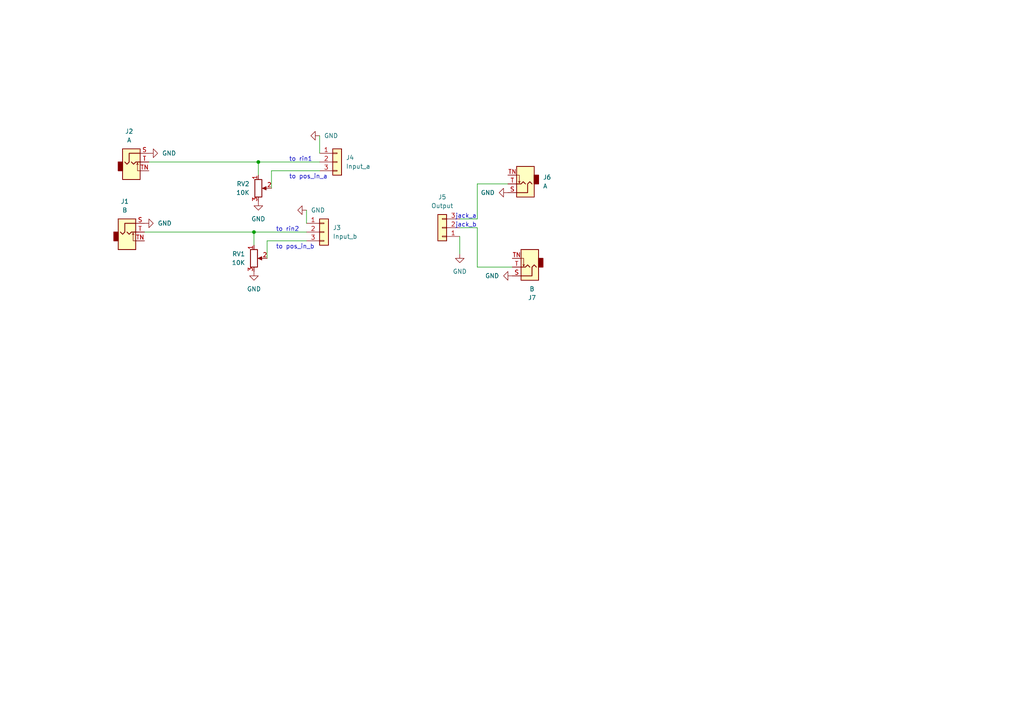
<source format=kicad_sch>
(kicad_sch (version 20230121) (generator eeschema)
  (paper "A4")
  (lib_symbols
    (symbol "Connector_Audio:AudioJack2_SwitchT"
      (property "Reference" "J" (at 0 8.89 0))
      (property "Value" "AudioJack2_SwitchT" (at 0 6.35 0))
      (symbol "AudioJack2_SwitchT_0_1"
        (rectangle (start -2.54 0) (end -3.81 -2.54) (stroke (width 0.254)) (fill (type outline)))
        (polyline (pts (xy 1.778 -0.254) (xy 2.032 -0.762)))
        (polyline (pts (xy 0 0) (xy 0.635 -0.635) (xy 1.27 0) (xy 2.54 0)) (stroke (width 0.254)))
        (polyline (pts (xy 2.54 -2.54) (xy 1.778 -2.54) (xy 1.778 -0.254) (xy 1.524 -0.762)))
        (polyline (pts (xy 2.54 2.54) (xy -0.635 2.54) (xy -0.635 0) (xy -1.27 -0.635) (xy -1.905 0)) (stroke (width 0.254)))
        (rectangle (start 2.54 3.81) (end -2.54 -5.08) (stroke (width 0.254)) (fill (type background)))
      )
      (symbol "AudioJack2_SwitchT_1_1"
        (pin passive line (at 5.08 2.54 180) (length 2.54) (name "~") (number "S"))
        (pin passive line (at 5.08 0 180) (length 2.54) (name "~") (number "T"))
        (pin passive line (at 5.08 -2.54 180) (length 2.54) (name "~") (number "TN"))
      )
    )
    (symbol "Device:R_Potentiometer" (pin_names (offset 1.016) hide)
      (property "Reference" "RV" (at -4.445 0 90))
      (property "Value" "R_Potentiometer" (at -2.54 0 90))
      (symbol "R_Potentiometer_0_1"
        (polyline (pts (xy 2.54 0) (xy 1.524 0)))
        (polyline (pts (xy 1.143 0) (xy 2.286 0.508) (xy 2.286 -0.508) (xy 1.143 0)) (fill (type outline)))
        (rectangle (start 1.016 2.54) (end -1.016 -2.54) (stroke (width 0.254)))
      )
      (symbol "R_Potentiometer_1_1"
        (pin passive line (at 0 3.81 270) (length 1.27) (name "1") (number "1"))
        (pin passive line (at 3.81 0 180) (length 1.27) (name "2") (number "2"))
        (pin passive line (at 0 -3.81 90) (length 1.27) (name "3") (number "3"))
      )
    )
    (symbol "PCM_4ms_Connector:Conn_01x03" (pin_names (offset 1.016) hide)
      (property "Reference" "J" (at 0 5.08 0))
      (property "Value" "Conn_01x03" (at 0 -5.08 0))
      (symbol "Conn_01x03_1_1"
        (rectangle (start -1.27 -2.413) (end 0 -2.667) (stroke (width 0.1524)))
        (rectangle (start -1.27 0.127) (end 0 -0.127) (stroke (width 0.1524)))
        (rectangle (start -1.27 2.667) (end 0 2.413) (stroke (width 0.1524)))
        (rectangle (start -1.27 3.81) (end 1.27 -3.81) (stroke (width 0.254)) (fill (type background)))
        (pin passive line (at -5.08 2.54 0) (length 3.81) (name "Pin_1") (number "1"))
        (pin passive line (at -5.08 0 0) (length 3.81) (name "Pin_2") (number "2"))
        (pin passive line (at -5.08 -2.54 0) (length 3.81) (name "Pin_3") (number "3"))
      )
    )
    (symbol "PCM_4ms_Power-symbol:GND" (power) (pin_names (offset 0))
      (property "Value" "GND" (at 0 -3.81 0))
      (symbol "GND_0_1"
        (polyline (pts (xy 0 0) (xy 0 -1.27) (xy 1.27 -1.27) (xy 0 -2.54) (xy -1.27 -1.27) (xy 0 -1.27)))
      )
      (symbol "GND_1_1"
        (pin power_in line (at 0 0 270) (length 0) hide (name "GND") (number "1"))
      )
    )
  )
  (junction (at 74.93 46.99))
  (junction (at 73.66 67.31))
  (wire (pts (xy 74.93 46.99) (xy 92.71 46.99)))
  (wire (pts (xy 133.35 68.58) (xy 133.35 73.66)))
  (wire (pts (xy 74.93 46.99) (xy 74.93 50.8)))
  (wire (pts (xy 147.32 53.34) (xy 138.43 53.34)))
  (wire (pts (xy 41.91 67.31) (xy 73.66 67.31)))
  (wire (pts (xy 73.66 67.31) (xy 73.66 71.12)))
  (wire (pts (xy 78.74 49.53) (xy 78.74 54.61)))
  (wire (pts (xy 138.43 53.34) (xy 138.43 63.5)))
  (wire (pts (xy 133.35 66.04) (xy 138.43 66.04)))
  (wire (pts (xy 138.43 77.47) (xy 148.59 77.47)))
  (wire (pts (xy 77.47 74.93) (xy 77.47 69.85)))
  (wire (pts (xy 92.71 39.37) (xy 92.71 44.45)))
  (wire (pts (xy 138.43 66.04) (xy 138.43 77.47)))
  (wire (pts (xy 138.43 63.5) (xy 133.35 63.5)))
  (wire (pts (xy 92.71 49.53) (xy 78.74 49.53)))
  (wire (pts (xy 73.66 67.31) (xy 88.9 67.31)))
  (wire (pts (xy 88.9 60.96) (xy 88.9 64.77)))
  (wire (pts (xy 77.47 69.85) (xy 88.9 69.85)))
  (wire (pts (xy 43.18 46.99) (xy 74.93 46.99)))
  (text "jack_b\n" (at 132.08 66.04 0) (effects (font (size 1.27 1.27)) (justify left bottom)))
  (text "to pos_in_a\n" (at 83.82 52.07 0) (effects (font (size 1.27 1.27)) (justify left bottom)))
  (text "jack_a" (at 132.08 63.5 0) (effects (font (size 1.27 1.27)) (justify left bottom)))
  (text "to rin2\n" (at 80.01 67.31 0) (effects (font (size 1.27 1.27)) (justify left bottom)))
  (text "to rin1\n" (at 83.82 46.99 0) (effects (font (size 1.27 1.27)) (justify left bottom)))
  (text "to pos_in_b" (at 80.01 72.39 0) (effects (font (size 1.27 1.27)) (justify left bottom)))
  (symbol (lib_id "Connector_Audio:AudioJack2_SwitchT") (at 153.67 77.47 180) (unit 1)
    (property "Reference" "J7" (at 154.305 86.36 0))
    (property "Value" "B" (at 154.305 83.82 0))
    (property "Footprint" "Connector_Audio:Jack_3.5mm_QingPu_WQP-PJ398SM_Vertical_CircularHoles" (effects hide))
  )
  (symbol (lib_id "PCM_4ms_Power-symbol:GND") (at 148.59 80.01 270) (unit 1)
    (property "Reference" "#PWR09" (effects hide))
    (property "Value" "GND" (at 144.78 80.01 90) (effects (justify right)))
  )
  (symbol (lib_id "Connector_Audio:AudioJack2_SwitchT") (at 152.4 53.34 180) (unit 1)
    (property "Reference" "J6" (at 157.48 51.435 0) (effects (justify right)))
    (property "Value" "A" (at 157.48 53.975 0) (effects (justify right)))
    (property "Footprint" "Connector_Audio:Jack_3.5mm_QingPu_WQP-PJ398SM_Vertical_CircularHoles" (effects hide))
  )
  (symbol (lib_id "PCM_4ms_Power-symbol:GND") (at 73.66 78.74 0) (unit 1)
    (property "Reference" "#PWR03" (effects hide))
    (property "Value" "GND" (at 73.66 83.82 0))
  )
  (symbol (lib_id "Connector_Audio:AudioJack2_SwitchT") (at 36.83 67.31 0) (unit 1)
    (property "Reference" "J1" (at 36.195 58.42 0))
    (property "Value" "B" (at 36.195 60.96 0))
    (property "Footprint" "Connector_Audio:Jack_3.5mm_QingPu_WQP-PJ398SM_Vertical_CircularHoles" (effects hide))
  )
  (symbol (lib_id "PCM_4ms_Power-symbol:GND") (at 92.71 39.37 270) (unit 1)
    (property "Reference" "#PWR06" (effects hide))
    (property "Value" "GND" (at 93.98 39.37 90) (effects (justify left)))
  )
  (symbol (lib_id "PCM_4ms_Power-symbol:GND") (at 74.93 58.42 0) (unit 1)
    (property "Reference" "#PWR04" (effects hide))
    (property "Value" "GND" (at 74.93 63.5 0))
  )
  (symbol (lib_id "PCM_4ms_Power-symbol:GND") (at 41.91 64.77 90) (unit 1)
    (property "Reference" "#PWR01" (effects hide))
    (property "Value" "GND" (at 45.72 64.77 90) (effects (justify right)))
  )
  (symbol (lib_id "PCM_4ms_Power-symbol:GND") (at 133.35 73.66 0) (unit 1)
    (property "Reference" "#PWR07" (effects hide))
    (property "Value" "GND" (at 133.35 78.74 0))
  )
  (symbol (lib_id "Device:R_Potentiometer") (at 74.93 54.61 0) (unit 1)
    (property "Reference" "RV2" (at 72.39 53.34 0) (effects (justify right)))
    (property "Value" "10K" (at 72.39 55.88 0) (effects (justify right)))
    (property "Footprint" "PCM_4ms_Potentiometer:Pot_9mm_DShaft" (effects hide))
  )
  (symbol (lib_id "PCM_4ms_Power-symbol:GND") (at 43.18 44.45 90) (unit 1)
    (property "Reference" "#PWR02" (effects hide))
    (property "Value" "GND" (at 46.99 44.45 90) (effects (justify right)))
  )
  (symbol (lib_id "Connector_Audio:AudioJack2_SwitchT") (at 38.1 46.99 0) (unit 1)
    (property "Reference" "J2" (at 37.465 38.1 0))
    (property "Value" "A" (at 37.465 40.64 0))
    (property "Footprint" "Connector_Audio:Jack_3.5mm_QingPu_WQP-PJ398SM_Vertical_CircularHoles" (effects hide))
  )
  (symbol (lib_id "PCM_4ms_Connector:Conn_01x03") (at 97.79 46.99 0) (unit 1)
    (property "Reference" "J4" (at 100.33 45.72 0) (effects (justify left)))
    (property "Value" "Input_a" (at 100.33 48.26 0) (effects (justify left)))
    (property "Footprint" "Connector_PinHeader_2.54mm:PinHeader_1x03_P2.54mm_Vertical" (effects hide))
    (property "Specifications" "HEADER 1x3 MALE PINS 0.100” 180deg" (effects hide))
    (property "Manufacturer" "TAD" (effects hide))
    (property "Part Number" "1-0301FBV0T" (effects hide))
  )
  (symbol (lib_id "PCM_4ms_Power-symbol:GND") (at 147.32 55.88 270) (unit 1)
    (property "Reference" "#PWR08" (effects hide))
    (property "Value" "GND" (at 143.51 55.88 90) (effects (justify right)))
  )
  (symbol (lib_id "PCM_4ms_Power-symbol:GND") (at 88.9 60.96 270) (unit 1)
    (property "Reference" "#PWR05" (effects hide))
    (property "Value" "GND" (at 90.17 60.96 90) (effects (justify left)))
  )
  (symbol (lib_id "PCM_4ms_Connector:Conn_01x03") (at 93.98 67.31 0) (unit 1)
    (property "Reference" "J3" (at 96.52 66.04 0) (effects (justify left)))
    (property "Value" "Input_b" (at 96.52 68.58 0) (effects (justify left)))
    (property "Footprint" "Connector_PinHeader_2.54mm:PinHeader_1x03_P2.54mm_Vertical" (effects hide))
    (property "Specifications" "HEADER 1x3 MALE PINS 0.100” 180deg" (effects hide))
    (property "Manufacturer" "TAD" (effects hide))
    (property "Part Number" "1-0301FBV0T" (effects hide))
  )
  (symbol (lib_id "Device:R_Potentiometer") (at 73.66 74.93 0) (unit 1)
    (property "Reference" "RV1" (at 71.12 73.66 0) (effects (justify right)))
    (property "Value" "10K" (at 71.12 76.2 0) (effects (justify right)))
    (property "Footprint" "PCM_4ms_Potentiometer:Pot_9mm_DShaft" (effects hide))
  )
  (symbol (lib_id "PCM_4ms_Connector:Conn_01x03") (at 128.27 66.04 180) (unit 1)
    (property "Reference" "J5" (at 128.27 57.15 0))
    (property "Value" "Output" (at 128.27 59.69 0))
    (property "Footprint" "Connector_PinHeader_2.54mm:PinHeader_1x03_P2.54mm_Vertical" (effects hide))
    (property "Specifications" "HEADER 1x3 MALE PINS 0.100” 180deg" (effects hide))
    (property "Manufacturer" "TAD" (effects hide))
    (property "Part Number" "1-0301FBV0T" (effects hide))
  )
)
</source>
